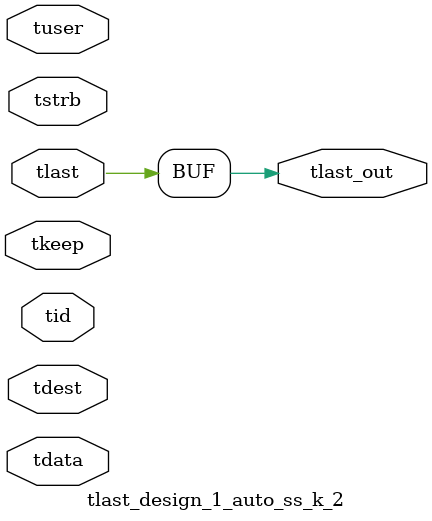
<source format=v>


`timescale 1ps/1ps

module tlast_design_1_auto_ss_k_2 #
(
parameter C_S_AXIS_TID_WIDTH   = 1,
parameter C_S_AXIS_TUSER_WIDTH = 0,
parameter C_S_AXIS_TDATA_WIDTH = 0,
parameter C_S_AXIS_TDEST_WIDTH = 0
)
(
input  [(C_S_AXIS_TID_WIDTH   == 0 ? 1 : C_S_AXIS_TID_WIDTH)-1:0       ] tid,
input  [(C_S_AXIS_TDATA_WIDTH == 0 ? 1 : C_S_AXIS_TDATA_WIDTH)-1:0     ] tdata,
input  [(C_S_AXIS_TUSER_WIDTH == 0 ? 1 : C_S_AXIS_TUSER_WIDTH)-1:0     ] tuser,
input  [(C_S_AXIS_TDEST_WIDTH == 0 ? 1 : C_S_AXIS_TDEST_WIDTH)-1:0     ] tdest,
input  [(C_S_AXIS_TDATA_WIDTH/8)-1:0 ] tkeep,
input  [(C_S_AXIS_TDATA_WIDTH/8)-1:0 ] tstrb,
input  [0:0]                                                             tlast,
output                                                                   tlast_out
);

assign tlast_out = {tlast};

endmodule


</source>
